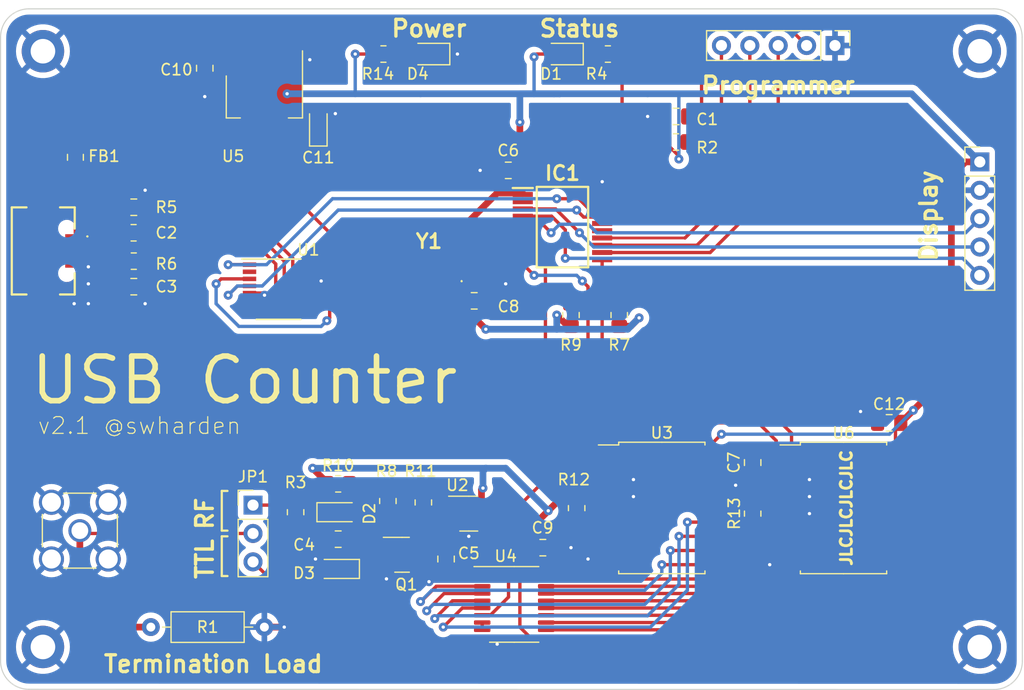
<source format=kicad_pcb>
(kicad_pcb (version 20211014) (generator pcbnew)
  (layers (0 "F.Cu" signal) (31 "B.Cu" signal) (34 "B.Paste" user) (35 "F.Paste" user) (36 "B.SilkS" user "B.Silkscreen") (37 "F.SilkS" user "F.Silkscreen") (38 "B.Mask" user) (39 "F.Mask" user) (44 "Edge.Cuts" user))
  (net 0 "")
  (net 1 "GND")
  (net 2 "Net-(D4-Pad2)")
  (net 3 "VCC")
  (net 4 "Net-(R13-Pad1)")
  (net 5 "Net-(R12-Pad1)")
  (net 6 "Net-(Q1-Pad3)")
  (net 7 "Net-(C5-Pad2)")
  (net 8 "SDA")
  (net 9 "Net-(C4-Pad1)")
  (net 10 "SCL")
  (net 11 "Net-(R6-Pad1)")
  (net 12 "Net-(C3-Pad2)")
  (net 13 "Net-(C2-Pad2)")
  (net 14 "Net-(R5-Pad2)")
  (net 15 "Net-(D1-Pad1)")
  (net 16 "STATUS")
  (net 17 "RST")
  (net 18 "Net-(JP1-Pad1)")
  (net 19 "Net-(C4-Pad2)")
  (net 20 "Net-(J2-Pad1)")
  (net 22 "COUNT")
  (net 23 "Net-(C10-Pad1)")
  (net 24 "Net-(U3-Pad10)")
  (net 25 "Net-(U3-Pad11)")
  (net 26 "Net-(U3-Pad12)")
  (net 27 "Net-(U3-Pad13)")
  (net 28 "GATE")
  (net 29 "OVF")
  (net 30 "Net-(U4-Pad12)")
  (net 31 "Net-(U4-Pad13)")
  (net 32 "Net-(U4-Pad14)")
  (net 33 "Net-(U4-Pad15)")
  (net 34 "Net-(U4-Pad16)")
  (net 35 "Net-(U4-Pad17)")
  (net 36 "Net-(U4-Pad18)")
  (net 37 "Net-(U4-Pad19)")
  (net 38 "PCTX")
  (net 40 "PCRX")
  (net 44 "5V")
  (net 62 "DISP_CS")
  (net 63 "DISP_CLK")
  (net 64 "DISP_DAT")
  (net 66 "Net-(IC1-Pad8)")
  (net 68 "SCK")
  (net 69 "MISO")
  (net 70 "MOSI")
  (footprint "Capacitor_SMD:C_0805_2012Metric_Pad1.18x1.45mm_HandSolder" (layer "F.Cu") (at 81.026 98.298 180)
    (fp_text reference "C4")
    (fp_text value ".1u")
  )
  (footprint "LED_SMD:LED_0805_2012Metric_Pad1.15x1.40mm_HandSolder" (layer "F.Cu") (at 101.092 54.864 180)
    (fp_text reference "D1")
    (fp_text value "STATUS")
  )
  (footprint "Resistor_SMD:R_0805_2012Metric_Pad1.20x1.40mm_HandSolder" (layer "F.Cu") (at 62.722 70.866)
    (fp_text reference "R5")
    (fp_text value "27")
  )
  (footprint "Connector_PinHeader_2.54mm:PinHeader_1x03_P2.54mm_Vertical" (layer "F.Cu") (at 73.406 95.25)
    (fp_text reference "JP1")
    (fp_text value "Jumper")
  )
  (footprint "Capacitor_SMD:C_0805_2012Metric_Pad1.18x1.45mm_HandSolder" (layer "F.Cu") (at 62.738 75.692 180)
    (fp_text reference "C3")
    (fp_text value "47p")
  )
  (footprint "Resistor_SMD:R_0805_2012Metric_Pad1.20x1.40mm_HandSolder" (layer "F.Cu") (at 77.216 95.885 -90)
    (fp_text reference "R3")
    (fp_text value "100k")
  )
  (footprint "Connector_PinHeader_2.54mm:PinHeader_1x05_P2.54mm_Vertical" (layer "F.Cu") (at 125.476 54.102 -90)
    (fp_text reference "J3" hide)
    (fp_text value "Conn_Prog")
  )
  (footprint "Connector_PinHeader_2.54mm:PinHeader_1x05_P2.54mm_Vertical" (layer "F.Cu") (at 138.43 64.521)
    (fp_text reference "J4" hide)
    (fp_text value "Conn_Disp")
  )
  (footprint "Capacitor_SMD:C_0805_2012Metric_Pad1.18x1.45mm_HandSolder" (layer "F.Cu") (at 62.738 68.58 180)
    (fp_text reference "C2")
    (fp_text value "47p")
  )
  (footprint "Connector_Coaxial:SMA_Amphenol_901-144_Vertical" (layer "F.Cu") (at 57.912 97.536)
    (fp_text reference "J2" hide)
    (fp_text value "SMA")
  )
  (footprint "Resistor_SMD:R_0805_2012Metric_Pad1.20x1.40mm_HandSolder" (layer "F.Cu") (at 85.471 94.885 90)
    (fp_text reference "R8")
    (fp_text value "100k")
  )
  (footprint "Resistor_SMD:R_0805_2012Metric_Pad1.20x1.40mm_HandSolder" (layer "F.Cu") (at 102.362 95.52 90)
    (fp_text reference "R12")
    (fp_text value "10k")
  )
  (footprint "Package_TO_SOT_SMD:SOT-23-5" (layer "F.Cu") (at 92.71 96.012)
    (fp_text reference "U2")
    (fp_text value "SN74LVC1Gxx")
  )
  (footprint "Resistor_SMD:R_0805_2012Metric_Pad1.20x1.40mm_HandSolder" (layer "F.Cu") (at 106.172 78.232 -90)
    (fp_text reference "R7")
    (fp_text value "10k")
  )
  (footprint "Package_TO_SOT_SMD:SOT-223-3_TabPin2" (layer "F.Cu") (at 74.422 58.674 -90)
    (fp_text reference "U5")
    (fp_text value "NCP1117 3.3V")
  )
  (footprint "Diode_SMD:D_SOD-323_HandSoldering" (layer "F.Cu") (at 81.026 95.885)
    (fp_text reference "D2")
    (fp_text value "D")
  )
  (footprint "Capacitor_SMD:C_0805_2012Metric_Pad1.18x1.45mm_HandSolder" (layer "F.Cu") (at 69.088 56.134 -90)
    (fp_text reference "C10")
    (fp_text value ".1u")
  )
  (footprint "Library Loader:SOP65P780X200-20N" (layer "F.Cu") (at 101.092 70.358)
    (fp_text reference "IC1")
    (fp_text value "ATTINY826-XUR" hide)
  )
  (footprint "Capacitor_SMD:C_0805_2012Metric_Pad1.18x1.45mm_HandSolder" (layer "F.Cu") (at 96.2445 65.278 180)
    (fp_text reference "C6")
    (fp_text value ".1u")
  )
  (footprint "Inductor_SMD:L_0805_2012Metric_Pad1.15x1.40mm_HandSolder" (layer "F.Cu") (at 57.516499 64.109136 90)
    (fp_text reference "FB1")
    (fp_text value "Ferrite")
  )
  (footprint "Resistor_SMD:R_0805_2012Metric_Pad1.20x1.40mm_HandSolder" (layer "F.Cu") (at 62.738 73.406 180)
    (fp_text reference "R6")
    (fp_text value "27")
  )
  (footprint "Capacitor_SMD:C_0805_2012Metric_Pad1.18x1.45mm_HandSolder" (layer "F.Cu") (at 111.252 60.452 180)
    (fp_text reference "C1")
    (fp_text value ".1u")
  )
  (footprint "Capacitor_SMD:C_0805_2012Metric_Pad1.18x1.45mm_HandSolder" (layer "F.Cu") (at 93.1965 76.962 180)
    (fp_text reference "C8")
    (fp_text value ".1u")
  )
  (footprint "Resistor_SMD:R_0805_2012Metric_Pad1.20x1.40mm_HandSolder" (layer "F.Cu") (at 101.854 78.232 -90)
    (fp_text reference "R9")
    (fp_text value "10k")
  )
  (footprint "Resistor_THT:R_Axial_DIN0207_L6.3mm_D2.5mm_P10.16mm_Horizontal" (layer "F.Cu") (at 64.262 106.172)
    (fp_text reference "R1")
    (fp_text value "50")
  )
  (footprint "Resistor_SMD:R_0805_2012Metric_Pad1.20x1.40mm_HandSolder" (layer "F.Cu") (at 105.156 54.864)
    (fp_text reference "R4")
    (fp_text value "10k")
  )
  (footprint "LED_SMD:LED_0805_2012Metric_Pad1.15x1.40mm_HandSolder" (layer "F.Cu") (at 89.154 54.864 180)
    (fp_text reference "D4")
    (fp_text value "POWER")
  )
  (footprint "Capacitor_SMD:C_0805_2012Metric_Pad1.18x1.45mm_HandSolder" (layer "F.Cu") (at 118.11 91.44 90)
    (fp_text reference "C7")
    (fp_text value ".1u")
  )
  (footprint "Capacitor_SMD:C_0805_2012Metric_Pad1.18x1.45mm_HandSolder" (layer "F.Cu") (at 99.3355 99.06 180)
    (fp_text reference "C9")
    (fp_text value ".1u")
  )
  (footprint "Capacitor_SMD:C_0805_2012Metric_Pad1.18x1.45mm_HandSolder" (layer "F.Cu") (at 90.678 100.076 90)
    (fp_text reference "C5")
    (fp_text value ".1u")
  )
  (footprint "Package_SO:SOIC-18W_7.5x11.6mm_P1.27mm" (layer "F.Cu") (at 126.238 95.504)
    (fp_text reference "U6")
    (fp_text value "MCP23008-xSO")
  )
  (footprint "Package_TO_SOT_SMD:SOT-23" (layer "F.Cu") (at 86.741 99.695)
    (fp_text reference "Q1")
    (fp_text value "MMBT2222A")
  )
  (footprint "MountingHole:MountingHole_2.2mm_M2_DIN965_Pad" (layer "F.Cu") (at 138.43 107.95)
    (fp_text reference "H4" hide)
    (fp_text value "Hole")
  )
  (footprint "MountingHole:MountingHole_2.2mm_M2_DIN965_Pad" (layer "F.Cu") (at 138.43 54.61)
    (fp_text reference "H2" hide)
    (fp_text value "Hole")
  )
  (footprint "Resistor_SMD:R_0805_2012Metric_Pad1.20x1.40mm_HandSolder" (layer "F.Cu") (at 85.074 54.864 180)
    (fp_text reference "R14")
    (fp_text value "10k")
  )
  (footprint "MountingHole:MountingHole_2.2mm_M2_DIN965_Pad" (layer "F.Cu") (at 54.61 54.61)
    (fp_text reference "H1" hide)
    (fp_text value "Hole")
  )
  (footprint "Package_SO:SOIC-18W_7.5x11.6mm_P1.27mm" (layer "F.Cu") (at 109.982 95.504)
    (fp_text reference "U3")
    (fp_text value "MCP23008-xSO")
  )
  (footprint "Resistor_SMD:R_0805_2012Metric_Pad1.20x1.40mm_HandSolder" (layer "F.Cu") (at 118.11 96.012 90)
    (fp_text reference "R13")
    (fp_text value "10k")
  )
  (footprint "MountingHole:MountingHole_2.2mm_M2_DIN965_Pad" (layer "F.Cu") (at 54.61 107.95)
    (fp_text reference "H3" hide)
    (fp_text value "Hole")
  )
  (footprint "Resistor_SMD:R_0805_2012Metric_Pad1.20x1.40mm_HandSolder" (layer "F.Cu") (at 81.026 93.345)
    (fp_text reference "R10")
    (fp_text value "10k")
  )
  (footprint "Resistor_SMD:R_0805_2012Metric_Pad1.20x1.40mm_HandSolder" (layer "F.Cu") (at 88.646 95.012 -90)
    (fp_text reference "R11")
    (fp_text value "10k")
  )
  (footprint "Capacitor_SMD:C_0805_2012Metric_Pad1.18x1.45mm_HandSolder" (layer "F.Cu") (at 130.3235 87.884)
    (fp_text reference "C12")
    (fp_text value ".1u")
  )
  (footprint "Library Loader:UJ2MIBHGSMTTR" (layer "F.Cu") (at 54.637999 72.491136 -90)
    (fp_text reference "J1" hide)
    (fp_text value "UJ2-MIBH-G-SMT-TR" hide)
  )
  (footprint "Resistor_SMD:R_0805_2012Metric_Pad1.20x1.40mm_HandSolder" (layer "F.Cu") (at 111.252 62.738 180)
    (fp_text reference "R2")
    (fp_text value "10k")
  )
  (footprint "Package_SO:SSOP-16_3.9x4.9mm_P0.635mm" (layer "F.Cu") (at 75.692 75.946)
    (fp_text reference "U1")
    (fp_text value "FT230XS")
  )
  (footprint "Capacitor_Tantalum_SMD:CP_EIA-2012-15_AVX-P_Pad1.30x1.05mm_HandSolder" (layer "F.Cu") (at 79.248 61.214 90)
    (fp_text reference "C11")
    (fp_text value ".1u")
  )
  (footprint "Library Loader:ECSTXO3225MV1474TR" (layer "F.Cu") (at 93.218 73.152)
    (fp_text reference "Y1")
    (fp_text value "14.7456 MHz TCXO" hide)
  )
  (footprint "Diode_SMD:D_SOD-323_HandSoldering" (layer "F.Cu") (at 81.026 100.965 180)
    (fp_text reference "D3")
    (fp_text value "D")
  )
  (footprint "Package_SO:TSSOP-20_4.4x6.5mm_P0.65mm" (layer "F.Cu") (at 96.774 104.14)
    (fp_text reference "U4")
    (fp_text value "74LV8154")
  )
  (gr_line (start 71.12 98.044) (end 70.612 98.044) (layer "F.SilkS") (width 0.2))
  (gr_line (start 70.612 97.536) (end 71.12 97.536) (layer "F.SilkS") (width 0.2))
  (gr_line (start 71.12 93.98) (end 70.612 93.98) (layer "F.SilkS") (width 0.2))
  (gr_line (start 70.612 93.98) (end 70.612 97.536) (layer "F.SilkS") (width 0.2))
  (gr_line (start 70.612 98.044) (end 70.612 101.6) (layer "F.SilkS") (width 0.2))
  (gr_line (start 70.612 101.6) (end 71.12 101.6) (layer "F.SilkS") (width 0.2))
  (gr_arc (start 142.24 109.22) (mid 141.496052 111.016052) (end 139.7 111.76) (layer "Edge.Cuts") (width 0.1))
  (gr_line (start 142.221949 53.358051) (end 142.24 109.22) (layer "Edge.Cuts") (width 0.1))
  (gr_line (start 53.358051 50.818051) (end 139.681949 50.818051) (layer "Edge.Cuts") (width 0.1))
  (gr_line (start 50.818051 109.201949) (end 50.818051 53.358051) (layer "Edge.Cuts") (width 0.1))
  (gr_line (start 139.7 111.76) (end 53.358051 111.741949) (layer "Edge.Cuts") (width 0.1))
  (gr_arc (start 139.681949 50.818051) (mid 141.478001 51.561999) (end 142.221949 53.358051) (layer "Edge.Cuts") (width 0.1))
  (gr_arc (start 50.818051 53.358051) (mid 51.562 51.562) (end 53.358051 50.818051) (layer "Edge.Cuts") (width 0.1))
  (gr_arc (start 53.358051 111.741949) (mid 51.562 110.998) (end 50.818051 109.201949) (layer "Edge.Cuts") (width 0.1))
  (gr_text "Display" (at 133.858 69.342 90) (layer "F.SilkS") (effects (font (size 1.5 1.5) (thickness 0.3))))
  (gr_text "USB Counter" (at 72.644 84.074) (layer "F.SilkS") (effects (font (size 4 4) (thickness 0.5))))
  (gr_text "Termination Load" (at 69.85 109.474) (layer "F.SilkS") (effects (font (size 1.5 1.5) (thickness 0.3))))
  (gr_text "Status" (at 102.616 52.578) (layer "F.SilkS") (effects (font (size 1.5 1.5) (thickness 0.3))))
  (gr_text "JLCJLCJLCJLC" (at 126.492 95.504 90) (layer "F.SilkS") (effects (font (size 1 1) (thickness 0.25))))
  (gr_text "TTL" (at 69.088 100.076 90) (layer "F.SilkS") (effects (font (size 1.5 1.5) (thickness 0.3))))
  (gr_text "RF" (at 69.088 96.012 90) (layer "F.SilkS") (effects (font (size 1.5 1.5) (thickness 0.3))))
  (gr_text "Programmer" (at 120.396 57.658) (layer "F.SilkS") (effects (font (size 1.5 1.5) (thickness 0.3))))
  (gr_text "v2.1 @swharden" (at 63.246 88.138) (layer "F.SilkS") (effects (font (size 1.5 1.5) (thickness 0.1))))
  (gr_text "Power" (at 89.154 52.578) (layer "F.SilkS") (effects (font (size 1.5 1.5) (thickness 0.3))))
  (segment (start 79.776 100.858) (end 79.776 100.965) (width 0.3) (layer "F.Cu") (net 1))
  (segment (start 74.422 106.172) (end 76.2 106.172) (width 0.6) (layer "F.Cu") (net 1))
  (segment (start 94.368 74.102) (end 94.676 74.102) (width 0.25) (layer "F.Cu") (net 1))
  (segment (start 95.207 65.278) (end 93.726 65.278) (width 0.6) (layer "F.Cu") (net 1))
  (segment (start 95.25 107.696) (end 94.619 107.065) (width 0.3) (layer "F.Cu") (net 1))
  (segment (start 89.154 102.108) (end 90.1485 101.1135) (width 0.3) (layer "F.Cu") (net 1))
  (segment (start 104.648 67.427) (end 104.642 67.433) (width 0.3) (layer "F.Cu") (net 1))
  (segment (start 63.7755 67.0775) (end 63.754 67.056) (width 0.3) (layer "F.Cu") (net 1))
  (segment (start 122.936 94.234) (end 123.19 94.488) (width 0.3) (layer "F.Cu") (net 1))
  (segment (start 128.778 87.884) (end 127.762 86.868) (width 0.3) (layer "F.Cu") (net 1))
  (segment (start 78.994 100.076) (end 79.776 100.858) (width 0.3) (layer "F.Cu") (net 1))
  (segment (start 79.502 75.184) (end 79.0575 75.6285) (width 0.3) (layer "F.Cu") (net 1))
  (segment (start 105.332 94.234) (end 107.188 94.234) (width 0.3) (layer "F.Cu") (net 1))
  (segment (start 63.7755 77.1945) (end 63.754 77.216) (width 0.3) (layer "F.Cu") (net 1))
  (segment (start 105.332 100.584) (end 103.886 100.584) (width 0.3) (layer "F.Cu") (net 1))
  (segment (start 74.4345 76.454) (end 74.244 76.2635) (width 0.3) (layer "F.Cu") (net 1))
  (segment (start 121.588 94.234) (end 122.936 94.234) (width 0.3) (layer "F.Cu") (net 1))
  (segment (start 117.5805 92.4775) (end 116.586 93.472) (width 0.3) (layer "F.Cu") (net 1))
  (segment (start 79.0575 75.6285) (end 78.292 75.6285) (width 0.3) (layer "F.Cu") (net 1))
  (segment (start 76.883 55.363) (end 76.722 55.524) (width 0.3) (layer "F.Cu") (net 1))
  (segment (start 103.886 100.584) (end 103.378 100.076) (width 0.3) (layer "F.Cu") (net 1))
  (segment (start 94.234 74.236) (end 94.368 74.102) (width 0.3) (layer "F.Cu") (net 1))
  (segment (start 80.731 60.239) (end 80.772 60.198) (width 0.3) (layer "F.Cu") (net 1))
  (segment (start 121.588 100.584) (end 119.634 100.584) (width 0.3) (layer "F.Cu") (net 1))
  (segment (start 94.676 74.102) (end 96.012 75.438) (width 0.25) (layer "F.Cu") (net 1))
  (segment (start 121.588 95.504) (end 122.682 95.504) (width 0.3) (layer "F.Cu") (net 1))
  (segment (start 94.234 76.962) (end 94.234 74.236) (width 0.3) (layer "F.Cu") (net 1))
  (segment (start 122.682 95.504) (end 123.19 96.012) (width 0.3) (layer "F.Cu") (net 1))
  (segment (start 76.874 55.372) (end 76.722 55.524) (width 0.6) (layer "F.Cu") (net 1))
  (segment (start 121.588 92.964) (end 123.19 92.964) (width 0.3) (layer "F.Cu") (net 1))
  (segment (start 94.619 107.065) (end 93.9115 107.065) (width 0.3) (layer "F.Cu") (net 1))
  (segment (start 90.1485 101.1135) (end 90.678 101.1135) (width 0.3) (layer "F.Cu") (net 1))
  (segment (start 110.2145 60.452) (end 108.712 60.452) (width 0.3) (layer "F.Cu") (net 1))
  (segment (start 74.244 76.2635) (end 73.092 76.2635) (width 0.3) (layer "F.Cu") (net 1))
  (segment (start 58.551136 73.791136) (end 57.277999 73.791136) (width 0.3) (layer "F.Cu") (net 1))
  (segment (start 85.8035 101.3945) (end 85.8035 100.645) (width 0.3) (layer "F.Cu") (net 1))
  (segment (start 85.344 101.854) (end 85.8035 101.3945) (width 0.3) (layer "F.Cu") (net 1))
  (segment (start 91.628 96.962) (end 92.71 98.044) (width 0.3) (layer "F.Cu") (net 1))
  (segment (start 101.854 99.06) (end 100.373 99.06) (width 0.3) (layer "F.Cu") (net 1))
  (segment (start 63.7755 75.692) (end 63.7755 77.1945) (width 0.3) (layer "F.Cu") (net 1))
  (segment (start 69.088 58.674) (end 69.088 57.1715) (width 0.3) (layer "F.Cu") (net 1))
  (segment (start 58.674 73.914) (end 58.551136 73.791136) (width 0.3) (layer "F.Cu") (net 1))
  (segment (start 104.648 66.294) (end 104.648 67.427) (width 0.3) (layer "F.Cu") (net 1))
  (segment (start 63.7755 68.58) (end 63.7755 67.0775) (width 0.3) (layer "F.Cu") (net 1))
  (segment (start 129.286 87.884) (end 128.778 87.884) (width 0.3) (layer "F.Cu") (net 1))
  (segment (start 91.5725 96.962) (end 91.628 96.962) (width 0.3) (layer "F.Cu") (net 1))
  (segment (start 79.248 60.239) (end 80.731 60.239) (width 0.3) (layer "F.Cu") (net 1))
  (segment (start 107.188 94.234) (end 107.442 94.488) (width 0.3) (layer "F.Cu") (net 1))
  (segment (start 90.179 54.864) (end 91.694 54.864) (width 0.3) (layer "F.Cu") (net 1))
  (segment (start 78.486 55.372) (end 76.874 55.372) (width 0.6) (layer "F.Cu") (net 1))
  (segment (start 105.332 92.964) (end 107.442 92.964) (width 0.3) (layer "F.Cu") (net 1))
  (via (at 58.674 73.914) (size 0.8) (drill 0.3) (layers "F.Cu" "B.Cu") (net 1))
  (via (at 63.754 67.056) (size 0.8) (drill 0.3) (layers "F.Cu" "B.Cu") (net 1))
  (via (at 74.4345 76.454) (size 0.8) (drill 0.3) (layers "F.Cu" "B.Cu") (net 1))
  (via (at 79.502 75.184) (size 0.8) (drill 0.3) (layers "F.Cu" "B.Cu") (net 1))
  (via (at 95.25 107.696) (size 0.8) (drill 0.3) (layers "F.Cu" "B.Cu") (net 1))
  (via (at 89.154 102.108) (size 0.8) (drill 0.3) (layers "F.Cu" "B.Cu") (net 1))
  (via (at 103.378 100.076) (size 0.8) (drill 0.3) (layers "F.Cu" "B.Cu") (net 1))
  (via (at 92.71 98.044) (size 0.8) (drill 0.3) (layers "F.Cu" "B.Cu") (net 1))
  (via (at 127.762 86.868) (size 0.8) (drill 0.3) (layers "F.Cu" "B.Cu") (net 1))
  (via (at 104.648 66.294) (size 0.8) (drill 0.3) (layers "F.Cu" "B.Cu") (net 1))
  (via (at 123.19 96.012) (size 0.8) (drill 0.3) (layers "F.Cu" "B.Cu") (net 1))
  (via (at 108.712 60.452) (size 0.8) (drill 0.3) (layers "F.Cu" "B.Cu") (net 1))
  (via (at 116.586 93.472) (size 0.8) (drill 0.3) (layers "F.Cu" "B.Cu") (net 1))
  (via (at 69.088 58.674) (size 0.8) (drill 0.3) (layers "F.Cu" "B.Cu") (net 1))
  (via (at 85.344 101.854) (size 0.8) (drill 0.3) (layers "F.Cu" "B.Cu") (net 1))
  (via (at 96.012 75.438) (size 0.8) (drill 0.3) (layers "F.Cu" "B.Cu") (net 1))
  (via (at 78.486 55.372) (size 0.8) (drill 0.3) (layers "F.Cu" "B.Cu") (net 1))
  (via (at 107.442 92.964) (size 0.8) (drill 0.3) (layers "F.Cu" "B.Cu") (net 1))
  (via (at 107.442 94.488) (size 0.8) (drill 0.3) (layers "F.Cu" "B.Cu") (net 1))
  (via (at 58.674 75.438) (size 0.8) (drill 0.3) (layers "F.Cu" "B.Cu") (net 1))
  (via (at 76.2 106.172) (size 0.8) (drill 0.3) (layers "F.Cu" "B.Cu") (net 1))
  (via (at 80.772 60.198) (size 0.8) (drill 0.3) (layers "F.Cu" "B.Cu") (net 1))
  (via (at 101.854 99.06) (size 0.8) (drill 0.3) (layers "F.Cu" "B.Cu") (net 1))
  (via (at 78.994 100.076) (size 0.8) (drill 0.3) (layers "F.Cu" "B.Cu") (net 1))
  (via (at 123.19 94.488) (size 0.8) (drill 0.3) (layers "F.Cu" "B.Cu") (net 1))
  (via (at 91.694 54.864) (size 0.8) (drill 0.3) (layers "F.Cu" "B.Cu") (net 1))
  (via (at 93.726 65.278) (size 0.8) (drill 0.3) (layers "F.Cu" "B.Cu") (net 1))
  (via (at 57.404 77.216) (size 0.8) (drill 0.3) (layers "F.Cu" "B.Cu") (net 1))
  (via (at 123.19 92.964) (size 0.8) (drill 0.3) (layers "F.Cu" "B.Cu") (net 1))
  (via (at 119.634 100.584) (size 0.8) (drill 0.3) (layers "F.Cu" "B.Cu") (net 1))
  (via (at 58.674 77.216) (size 0.8) (drill 0.3) (layers "F.Cu" "B.Cu") (net 1))
  (via (at 63.754 77.216) (size 0.8) (drill 0.3) (layers "F.Cu" "B.Cu") (net 1))
  (segment (start 88.129 54.864) (end 86.074 54.864) (width 0.3) (layer "F.Cu") (net 2))
  (segment (start 119.1045 90.4025) (end 118.11 90.4025) (width 0.3) (layer "F.Cu") (net 3))
  (segment (start 119.634 94.488) (end 119.634 90.932) (width 0.3) (layer "F.Cu") (net 3))
  (segment (start 70.5485 74.9935) (end 73.092 74.9935) (width 0.3) (layer "F.Cu") (net 3))
  (segment (start 74.828 62.23) (end 79.207 62.23) (width 0.6) (layer "F.Cu") (net 3))
  (segment (start 93.8475 93.8585) (end 93.98 93.726) (width 0.6) (layer "F.Cu") (net 3))
  (segment (start 98.806 54.864) (end 98.552 55.118) (width 0.3) (layer "F.Cu") (net 3))
  (segment (start 79.192 76.8985) (end 80.518 75.5725) (width 0.3) (layer "F.Cu") (net 3))
  (segment (start 105.332 95.504) (end 103.886 95.504) (width 0.3) (layer "F.Cu") (net 3))
  (segment (start 99.6365 101.215) (end 99.6365 100.3985) (width 0.3) (layer "F.Cu") (net 3))
  (segment (start 92.068 74.102) (end 92.068 76.871) (width 0.6) (layer "F.Cu") (net 3))
  (segment (start 92.068 76.871) (end 92.159 76.962) (width 0.6) (layer "F.Cu") (net 3))
  (segment (start 99.822 95.758) (end 101.06 94.52) (width 0.6) (layer "F.Cu") (net 3))
  (segment (start 100.067 54.864) (end 98.806 54.864) (width 0.3) (layer "F.Cu") (net 3))
  (segment (start 135.89 65.786) (end 135.89 83.355) (width 0.6) (layer "F.Cu") (net 3))
  (segment (start 101.584 79.232) (end 100.584 78.232) (width 0.6) (layer "F.Cu") (net 3))
  (segment (start 101.06 94.52) (end 102.362 94.52) (width 0.6) (layer "F.Cu") (net 3))
  (segment (start 135.89 83.355) (end 131.361 87.884) (width 0.6) (layer "F.Cu") (net 3))
  (segment (start 97.282 67.098) (end 97.542 67.358) (width 0.6) (layer "F.Cu") (net 3))
  (segment (start 130.888 88.357) (end 131.361 87.884) (width 0.3) (layer "F.Cu") (net 3))
  (segment (start 80.026 93.234) (end 78.74 91.948) (width 0.6) (layer "F.Cu") (net 3))
  (segment (start 114.632 90.424) (end 114.632 89.584) (width 0.3) (layer "F.Cu") (net 3))
  (segment (start 110.998 90.424) (end 114.632 90.424) (width 0.3) (layer "F.Cu") (net 3))
  (segment (start 99.6365 100.3985) (end 98.298 99.06) (width 0.3) (layer "F.Cu") (net 3))
  (segment (start 79.756 93.615) (end 79.756 95.865) (width 0.3) (layer "F.Cu") (net 3))
  (segment (start 79.207 62.23) (end 79.248 62.189) (width 0.6) (layer "F.Cu") (net 3))
  (segment (start 80.026 93.345) (end 79.756 93.615) (width 0.3) (layer "F.Cu") (net 3))
  (segment (start 137.155 64.521) (end 135.89 65.786) (width 0.6) (layer "F.Cu") (net 3))
  (segment (start 97.282 102.108) (end 98.175 101.215) (width 0.3) (layer "F.Cu") (net 3))
  (segment (start 107.95 78.486) (end 107.204 79.232) (width 0.6) (layer "F.Cu") (net 3))
  (segment (start 92.068 70.492) (end 92.068 72.202) (width 0.6) (layer "F.Cu") (net 3))
  (segment (start 97.282 67.31) (end 95.25 67.31) (width 0.6) (layer "F.Cu") (net 3))
  (segment (start 105.332 95.504) (end 108.458 95.504) (width 0.3) (layer "F.Cu") (net 3))
  (segment (start 92.159 76.962) (end 92.159 77.427) (width 0.6) (layer "F.Cu") (net 3))
  (segment (start 103.886 95.504) (end 102.902 94.52) (width 0.3) (layer "F.Cu") (net 3))
  (segment (start 99.6365 107.065) (end 98.175 107.065) (width 0.3) (layer "F.Cu") (net 3))
  (segment (start 111.506 63.992) (end 110.252 62.738) (width 0.3) (layer "F.Cu") (net 3))
  (segment (start 93.8475 95.062) (end 93.8475 93.8585) (width 0.6) (layer "F.Cu") (net 3))
  (segment (start 80.518 71.12) (end 74.422 65.024) (width 0.3) (layer "F.Cu") (net 3))
  (segment (start 132.4825 86.7625) (end 131.361 87.884) (width 0.3) (layer "F.Cu") (net 3))
  (segment (start 114.632 89.584) (end 115.316 88.9) (width 0.3) (layer "F.Cu") (net 3))
  (segment (start 74.422 65.024) (end 74.422 61.824) (width 0.3) (layer "F.Cu") (net 3))
  (segment (start 80.01 78.74) (end 80.264 78.486) (width 0.3) (layer "F.Cu") (net 3))
  (segment (start 101.854 79.232) (end 101.584 79.232) (width 0.6) (layer "F.Cu") (net 3))
  (segment (start 102.902 94.52) (end 102.362 94.52) (width 0.3) (layer "F.Cu") (net 3))
  (segment (start 119.634 90.932) (end 119.1045 90.4025) (width 0.3) (layer "F.Cu") (net 3))
  (segment (start 95.25 67.31) (end 92.068 70.492) (width 0.6) (layer "F.Cu") (net 3))
  (segment (start 80.026 93.345) (end 80.026 93.234) (width 0.6) (layer "F.Cu") (net 3))
  (segment (start 84.074 54.864) (end 82.55 54.864) (width 0.3) (layer "F.Cu") (net 3))
  (segment (start 138.43 64.521) (end 137.155 64.521) (width 0.6) (layer "F.Cu") (net 3))
  (segment (start 80.518 75.5725) (end 80.518 71.12) (width 0.3) (layer "F.Cu") (net 3))
  (segment (start 97.282 60.96) (end 97.282 67.098) (width 0.6) (layer "F.Cu") (net 3))
  (segment (start 98.298 97.282) (end 98.298 99.06) (width 0.6) (layer "F.Cu") (net 3))
  (segment (start 97.282 106.172) (end 97.282 102.108) (width 0.3) (layer "F.Cu") (net 3))
  (segment (start 78.292 76.8985) (end 79.192 76.8985) (width 0.3) (layer "F.Cu") (net 3))
  (segment (start 98.175 101.215) (end 99.6365 101.215) (width 0.3) (layer "F.Cu") (net 3))
  (segment (start 118.11 95.012) (end 119.11 95.012) (width 0.3) (layer "F.Cu") (net 3))
  (segment (start 108.458 95.504) (end 109.982 93.98) (width 0.3) (layer "F.Cu") (net 3))
  (segment (start 99.822 95.758) (end 98.298 97.282) (width 0.6) (layer "F.Cu") (net 3))
  (segment (start 92.159 77.427) (end 94.234 79.502) (width 0.6) (layer "F.Cu") (net 3))
  (segment (start 118.11 90.4025) (end 114.6535 90.4025) (width 0.3) (layer "F.Cu") (net 3))
  (segment (start 130.888 90.424) (end 130.888 88.357) (width 0.3) (layer "F.Cu") (net 3))
  (segment (start 74.422 61.824) (end 74.828 62.23) (width 0.6) (layer "F.Cu") (net 3))
  (segment (start 92.068 72.202) (end 92.068 74.102) (width 0.6) (layer "F.Cu") (net 3))
  (segment (start 98.175 107.065) (end 97.282 106.172) (width 0.3) (layer "F.Cu") (net 3))
  (segment (start 70.104 75.438) (end 70.5485 74.9935) (width 0.3) (layer "F.Cu") (net 3))
  (segment (start 111.506 64.262) (end 111.506 63.992) (width 0.3) (layer "F.Cu") (net 3))
  (segment (start 109.982 93.98) (end 109.982 91.44) (width 0.3) (layer "F.Cu") (net 3))
  (segment (start 80.264 76.962) (end 79.756 76.454) (width 0.3) (layer "F.Cu") (net 3))
  (segment (start 80.264 78.486) (end 80.264 76.962) (width 0.3) (layer "F.Cu") (net 3))
  (segment (start 109.982 91.44) (end 110.998 90.424) (width 0.3) (layer "F.Cu") (net 3))
  (segment (start 79.756 95.865) (end 79.776 95.885) (width 0.3) (layer "F.Cu") (net 3))
  (segment (start 119.11 95.012) (end 119.634 94.488) (width 0.3) (layer "F.Cu") (net 3))
  (segment (start 107.204 79.232) (end 106.172 79.232) (width 0.6) (layer "F.Cu") (net 3))
  (segment (start 114.6535 90.4025) (end 114.632 90.424) (width 0.3) (layer "F.Cu") (net 3))
  (via (at 80.01 78.74) (size 0.8) (drill 0.3) (layers "F.Cu" "B.Cu") (net 3))
  (via (at 115.316 88.9) (size 0.8) (drill 0.3) (layers "F.Cu" "B.Cu") (net 3))
  (via (at 111.506 64.262) (size 0.8) (drill 0.3) (layers "F.Cu" "B.Cu") (net 3))
  (via (at 94.234 79.502) (size 0.8) (drill 0.3) (layers "F.Cu" "B.Cu") (net 3))
  (via (at 82.55 54.864) (size 0.8) (drill 0.3) (layers "F.Cu" "B.Cu") (net 3))
  (via (at 100.584 78.232) (size 0.8) (drill 0.3) (layers "F.Cu" "B.Cu") (net 3))
  (via (at 76.454 58.42) (size 0.8) (drill 0.3) (layers "F.Cu" "B.Cu") (net 3))
  (via (at 107.95 78.486) (size 0.8) (drill 0.3) (layers "F.Cu" "B.Cu") (net 3))
  (via (at 98.552 55.118) (size 0.8) (drill 0.3) (layers "F.Cu" "B.Cu") (net 3))
  (via (at 132.4825 86.7625) (size 0.8) (drill 0.3) (layers "F.Cu" "B.Cu") (net 3))
  (via (at 97.282 60.96) (size 0.8) (drill 0.3) (layers "F.Cu" "B.Cu") (net 3))
  (via (at 70.104 75.438) (size 0.8) (drill 0.3) (layers "F.Cu" "B.Cu") (net 3))
  (via (at 93.98 93.726) (size 0.8) (drill 0.3) (layers "F.Cu" "B.Cu") (net 3))
  (via (at 99.822 95.758) (size 0.8) (drill 0.3) (layers "F.Cu" "B.Cu") (net 3))
  (via (at 78.74 91.948) (size 0.8) (drill 0.3) (layers "F.Cu" "B.Cu") (net 3))
  (segment (start 94.234 91.948) (end 96.012 91.948) (width 0.6) (layer "B.Cu") (net 3))
  (segment (start 93.98 92.202) (end 94.234 91.948) (width 0.6) (layer "B.Cu") (net 3))
  (segment (start 78.74 91.948) (end 94.234 91.948) (width 0.6) (layer "B.Cu") (net 3))
  (segment (start 100.33 58.42) (end 98.552 58.42) (width 0.6) (layer "B.Cu") (net 3))
  (segment (start 100.584 78.232) (end 100.584 79.502) (width 0.6) (layer "B.Cu") (net 3))
  (segment (start 70.104 77.216) (end 70.104 75.438) (width 0.3) (layer "B.Cu") (net 3))
  (segment (start 97.282 58.42) (end 100.838 58.42) (width 0.6) (layer "B.Cu") (net 3))
  (segment (start 132.329 58.42) (end 108.712 58.42) (width 0.6) (layer "B.Cu") (net 3))
  (segment (start 82.55 58.42) (end 76.454 58.42) (width 0.6) (layer "B.Cu") (net 3))
  (segment (start 111.506 64.262) (end 111.506 58.42) (width 0.3) (layer "B.Cu") (net 3))
  (segment (start 100.584 79.502) (end 106.934 79.502) (width 0.6) (layer "B.Cu") (net 3))
  (segment (start 97.282 60.96) (end 97.282 58.42) (width 0.6) (layer "B.Cu") (net 3))
  (segment (start 115.316 88.9) (end 130.345 88.9) (width 0.3) (layer "B.Cu") (net 3))
  (segment (start 100.838 58.42) (end 100.33 58.42) (width 0.6) (layer "B.Cu") (net 3))
  (segment (start 98.552 58.42) (end 88.392 58.42) (width 0.6) (layer "B.Cu") (net 3))
  (segment (start 106.934 79.502) (end 107.95 78.486) (width 0.6) (layer "B.Cu") (net 3))
  (segment (start 130.345 88.9) (end 132.4825 86.7625) (width 0.3) (layer "B.Cu") (net 3))
  (segment (start 88.392 58.42) (end 82.55 58.42) (width 0.6) (layer "B.Cu") (net 3))
  (segment (start 108.712 58.42) (end 100.838 58.42) (width 0.6) (layer "B.Cu") (net 3))
  (segment (start 72.136 79.248) (end 70.104 77.216) (width 0.3) (layer "B.Cu") (net 3))
  (segment (start 79.502 79.248) (end 72.136 79.248) (width 0.3) (layer "B.Cu") (net 3))
  (segment (start 138.43 64.521) (end 132.329 58.42) (width 0.6) (layer "B.Cu") (net 3))
  (segment (start 94.234 79.502) (end 100.584 79.502) (width 0.6) (layer "B.Cu") (net 3))
  (segment (start 96.012 91.948) (end 99.822 95.758) (width 0.6) (layer "B.Cu") (net 3))
  (segment (start 80.01 78.74) (end 79.502 79.248) (width 0.3) (layer "B.Cu") (net 3))
  (segment (start 111.506 58.42) (end 108.712 58.42) (width 0.3) (layer "B.Cu") (net 3))
  (segment (start 82.55 54.864) (end 82.55 58.42) (width 0.3) (layer "B.Cu") (net 3))
  (segment (start 93.98 93.726) (end 93.98 92.202) (width 0.6) (layer "B.Cu") (net 3))
  (segment (start 98.552 55.118) (end 98.552 58.42) (width 0.3) (layer "B.Cu") (net 3))
  (segment (start 121.588 96.774) (end 118.348 96.774) (width 0.3) (layer "F.Cu") (net 4))
  (segment (start 118.348 96.774) (end 118.11 97.012) (width 0.3) (layer "F.Cu") (net 4))
  (segment (start 105.332 96.774) (end 102.616 96.774) (width 0.3) (layer "F.Cu") (net 5))
  (segment (start 102.616 96.774) (end 102.362 96.52) (width 0.3) (layer "F.Cu") (net 5))
  (segment (start 87.027 96.933) (end 87.6785 97.5845) (width 0.3) (layer "F.Cu") (net 6))
  (segment (start 87.6785 97.5845) (end 87.6785 99.695) (width 0.3) (layer "F.Cu") (net 6))
  (segment (start 82.566 93.885) (end 82.026 93.345) (width 0.3) (layer "F.Cu") (net 6))
  (segment (start 85.471 93.885) (end 87.027 93.885) (width 0.3) (layer "F.Cu") (net 6))
  (segment (start 87.027 93.885) (end 88.519 93.885) (width 0.3) (layer "F.Cu") (net 6))
  (segment (start 87.027 93.885) (end 87.027 96.933) (width 0.3) (layer "F.Cu") (net 6))
  (segment (start 85.471 93.885) (end 82.566 93.885) (width 0.3) (layer "F.Cu") (net 6))
  (segment (start 88.519 93.885) (end 88.646 94.012) (width 0.3) (layer "F.Cu") (net 6))
  (segment (start 90.678 99.0385) (end 88.646 97.0065) (width 0.3) (layer "F.Cu") (net 7))
  (segment (start 88.646 97.0065) (end 88.646 96.012) (width 0.3) (layer "F.Cu") (net 7))
  (segment (start 90.678 99.0385) (end 87.1005 102.616) (width 0.3) (layer "F.Cu") (net 7))
  (segment (start 88.646 96.012) (end 91.5725 96.012) (width 0.3) (layer "F.Cu") (net 7))
  (segment (start 75.692 102.616) (end 73.406 100.33) (width 0.3) (layer "F.Cu") (net 7))
  (segment (start 87.1005 102.616) (end 75.692 102.616) (width 0.3) (layer "F.Cu") (net 7))
  (segment (start 120.213 90.781107) (end 121.125893 91.694) (width 0.3) (layer "F.Cu") (net 8))
  (segment (start 103.378 75.692) (end 103.378 77.216) (width 0.3) (layer "F.Cu") (net 8))
  (segment (start 103.362 77.232) (end 103.378 77.216) (width 0.3) (layer "F.Cu") (net 8))
  (segment (start 97.542 73.666) (end 97.542 73.283) (width 0.3) (layer "F.Cu") (net 8))
  (segment (start 118.618 87.884) (end 120.213 89.479) (width 0.3) (layer "F.Cu") (net 8))
  (segment (start 102.87 75.184) (end 103.378 75.692) (width 0.3) (layer "F.Cu") (net 8))
  (segment (start 121.125893 91.694) (end 121.588 91.694) (width 0.3) (layer "F.Cu") (net 8))
  (segment (start 109.982 87.884) (end 118.618 87.884) (width 0.3) (layer "F.Cu") (net 8))
  (segment (start 120.213 89.479) (end 120.213 90.781107) (width 0.3) (layer "F.Cu") (net 8))
  (segment (start 103.378 90.678) (end 104.394 91.694) (width 0.3) (layer "F.Cu") (net 8))
  (segment (start 98.552 74.676) (end 97.542 73.666) (width 0.3) (layer "F.Cu") (net 8))
  (segment (start 106.172 91.694) (end 109.982 87.884) (width 0.3) (layer "F.Cu") (net 8))
  (segment (start 105.332 91.694) (end 106.172 91.694) (width 0.3) (layer "F.Cu") (net 8))
  (segment (start 101.854 77.232) (end 103.362 77.232) (width 0.3) (layer "F.Cu") (net 8))
  (segment (start 103.378 77.216) (end 103.378 90.678) (width 0.3) (layer "F.Cu") (net 8))
  (via (at 102.87 75.184) (size 0.8) (drill 0.3) (layers "F.Cu" "B.Cu") (net 8))
  (via (at 98.552 74.676) (size 0.8) (drill 0.3) (layers "F.Cu" "B.Cu") (net 8))
  (segment (start 98.552 74.676) (end 102.362 74.676) (width 0.3) (layer "B.Cu") (net 8))
  (segment (start 102.362 74.676) (end 102.87 75.184) (width 0.3) (layer "B.Cu") (net 8))
  (segment (start 82.466 98.425) (end 82.466 96.075) (width 0.3) (layer "F.Cu") (net 9))
  (segment (start 85.8035 96.2175) (end 85.471 95.885) (width 0.3) (layer "F.Cu") (net 9))
  (segment (start 82.466 96.075) (end 82.276 95.885) (width 0.3) (layer "F.Cu") (net 9))
  (segment (start 85.8035 98.745) (end 85.8035 96.2175) (width 0.3) (layer "F.Cu") (net 9))
  (segment (start 82.466 100.775) (end 82.276 100.965) (width 0.3) (layer "F.Cu") (net 9))
  (segment (start 82.466 98.425) (end 82.786 98.745) (width 0.3) (layer "F.Cu") (net 9))
  (segment (start 82.466 98.425) (end 82.466 100.775) (width 0.3) (layer "F.Cu") (net 9))
  (segment (start 82.786 98.745) (end 85.8035 98.745) (width 0.3) (layer "F.Cu") (net 9))
  (segment (start 106.172 77.232) (end 104.652 77.232) (width 0.3) (layer "F.Cu") (net 10))
  (segment (start 104.652 77.232) (end 104.642 77.222) (width 0.3) (layer "F.Cu") (net 10))
  (segment (start 104.642 89.734) (end 104.642 77.222) (width 0.3) (layer "F.Cu") (net 10))
  (segment (start 119.634 86.868) (end 121.588 88.822) (width 0.3) (layer "F.Cu") (net 10))
  (segment (start 108.966 86.868) (end 119.634 86.868) (width 0.3) (layer "F.Cu") (net 10))
  (segment (start 104.642 77.222) (end 104.642 73.283) (width 0.3) (layer "F.Cu") (net 10))
  (segment (start 121.588 88.822) (end 121.588 90.424) (width 0.3) (layer "F.Cu") (net 10))
  (segment (start 105.332 90.424) (end 104.642 89.734) (width 0.3) (layer "F.Cu") (net 10))
  (segment (start 105.41 90.424) (end 108.966 86.868) (width 0.3) (layer "F.Cu") (net 10))
  (segment (start 105.332 90.424) (end 105.41 90.424) (width 0.3) (layer "F.Cu") (net 10))
  (segment (start 75.438 73.66) (end 74.168 72.39) (width 0.3) (layer "F.Cu") (net 11))
  (segment (start 73.092 78.1685) (end 74.7395 78.1685) (width 0.3) (layer "F.Cu") (net 11))
  (segment (start 74.7395 78.1685) (end 75.438 77.47) (width 0.3) (layer "F.Cu") (net 11))
  (segment (start 64.754 72.39) (end 63.738 73.406) (width 0.3) (layer "F.Cu") (net 11))
  (segment (start 74.168 72.39) (end 64.754 72.39) (width 0.3) (layer "F.Cu") (net 11))
  (segment (start 75.438 77.47) (end 75.438 73.66) (width 0.3) (layer "F.Cu") (net 11))
  (segment (start 61.738 73.406) (end 61.738 75.6545) (width 0.3) (layer "F.Cu") (net 12))
  (segment (start 61.738 75.6545) (end 61.7005 75.692) (width 0.3) (layer "F.Cu") (net 12))
  (segment (start 61.738 73.406) (end 60.823136 72.491136) (width 0.3) (layer "F.Cu") (net 12))
  (segment (start 60.823136 72.491136) (end 57.277999 72.491136) (width 0.3) (layer "F.Cu") (net 12))
  (segment (start 61.722 70.866) (end 61.722 68.6015) (width 0.3) (layer "F.Cu") (net 13))
  (segment (start 60.746864 71.841136) (end 57.277999 71.841136) (width 0.3) (layer "F.Cu") (net 13))
  (segment (start 61.722 70.866) (end 60.746864 71.841136) (width 0.3) (layer "F.Cu") (net 13))
  (segment (start 61.722 68.6015) (end 61.7005 68.58) (width 0.3) (layer "F.Cu") (net 13))
  (segment (start 78.292 78.1685) (end 77.4065 78.1685) (width 0.3) (layer "F.Cu") (net 14))
  (segment (start 64.484 71.628) (end 63.722 70.866) (width 0.3) (layer "F.Cu") (net 14))
  (segment (start 76.2 73.406) (end 74.422 71.628) (width 0.3) (layer "F.Cu") (net 14))
  (segment (start 77.4065 78.1685) (end 76.2 76.962) (width 0.3) (layer "F.Cu") (net 14))
  (segment (start 74.422 71.628) (end 64.484 71.628) (width 0.3) (layer "F.Cu") (net 14))
  (segment (start 76.2 76.962) (end 76.2 73.406) (width 0.3) (layer "F.Cu") (net 14))
  (segment (start 102.117 54.864) (end 104.156 54.864) (width 0.3) (layer "F.Cu") (net 15))
  (segment (start 104.642 68.083) (end 106.161 68.083) (width 0.3) (layer "F.Cu") (net 16))
  (segment (start 106.426 67.818) (end 106.426 55.134) (width 0.3) (layer "F.Cu") (net 16))
  (segment (start 106.426 55.134) (end 106.156 54.864) (width 0.3) (layer "F.Cu") (net 16))
  (segment (start 106.161 68.083) (end 106.426 67.818) (width 0.3) (layer "F.Cu") (net 16))
  (segment (start 113.538 62.738) (end 113.538 66.04) (width 0.3) (layer "F.Cu") (net 17))
  (segment (start 114.808 52.324) (end 113.538 53.594) (width 0.3) (layer "F.Cu") (net 17))
  (segment (start 122.936 54.102) (end 121.158 52.324) (width 0.3) (layer "F.Cu") (net 17))
  (segment (start 109.545 70.033) (end 104.642 70.033) (width 0.3) (layer "F.Cu") (net 17))
  (segment (start 113.538 60.452) (end 113.538 62.738) (width 0.3) (layer "F.Cu") (net 17))
  (segment (start 113.538 62.738) (end 112.252 62.738) (width 0.3) (layer "F.Cu") (net 17))
  (segment (start 113.538 53.594) (end 113.538 60.452) (width 0.3) (layer "F.Cu") (net 17))
  (segment (start 121.158 52.324) (end 114.808 52.324) (width 0.3) (layer "F.Cu") (net 17))
  (segment (start 113.538 60.452) (end 112.2895 60.452) (width 0.3) (layer "F.Cu") (net 17))
  (segment (start 113.538 66.04) (end 109.545 70.033) (width 0.3) (layer "F.Cu") (net 17))
  (segment (start 76.851 95.25) (end 77.216 94.885) (width 0.3) (layer "F.Cu") (net 18))
  (segment (start 73.406 95.25) (end 76.851 95.25) (width 0.3) (layer "F.Cu") (net 18))
  (segment (start 77.216 96.885) (end 77.216 97.155) (width 0.3) (layer "F.Cu") (net 19))
  (segment (start 77.216 97.155) (end 78.486 98.425) (width 0.3) (layer "F.Cu") (net 19))
  (segment (start 78.486 98.425) (end 80.391 98.425) (width 0.3) (layer "F.Cu") (net 19))
  (segment (start 61.722 106.172) (end 64.262 106.172) (width 0.6) (layer "F.Cu") (net 20))
  (segment (start 57.912 102.362) (end 61.722 106.172) (width 0.6) (layer "F.Cu") (net 20))
  (segment (start 57.912 97.536) (end 58.166 97.79) (width 0.3) (layer "F.Cu") (net 20))
  (segment (start 57.912 97.536) (end 57.912 102.362) (width 0.6) (layer "F.Cu") (net 20))
  (segment (start 58.166 97.79) (end 73.406 97.79) (width 0.3) (layer "F.Cu") (net 20))
  (segment (start 93.9115 97.026) (end 93.9115 101.865) (width 0.3) (layer "F.Cu") (net 22))
  (segment (start 93.8475 96.962) (end 93.9115 97.026) (width 0.3) (layer "F.Cu") (net 22))
  (segment (start 93.9115 101.865) (end 93.9115 101.215) (width 0.3) (layer "F.Cu") (net 22))
  (segment (start 69.088 55.0965) (end 71.6945 55.0965) (width 0.6) (layer "F.Cu") (net 23))
  (segment (start 62.7595 55.0965) (end 69.088 55.0965) (width 0.6) (layer "F.Cu") (net 23))
  (segment (start 57.516499 63.084136) (end 57.516499 60.339501) (width 0.6) (layer "F.Cu") (net 23))
  (segment (start 71.6945 55.0965) (end 72.122 55.524) (width 0.6) (layer "F.Cu") (net 23))
  (segment (start 57.516499 60.339501) (end 62.7595 55.0965) (width 0.6) (layer "F.Cu") (net 23))
  (segment (start 109.982 100.584) (end 114.632 100.584) (width 0.3) (layer "F.Cu") (net 24))
  (segment (start 88.436661 103.886) (end 89.807661 102.515) (width 0.3) (layer "F.Cu") (net 24))
  (segment (start 89.807661 102.515) (end 93.9115 102.515) (width 0.3) (layer "F.Cu") (net 24))
  (segment (start 88.392 103.886) (end 88.436661 103.886) (width 0.3) (layer "F.Cu") (net 24))
  (via (at 109.982 100.584) (size 0.8) (drill 0.3) (layers "F.Cu" "B.Cu") (net 24))
  (via (at 88.392 103.886) (size 0.8) (drill 0.3) (layers "F.Cu" "B.Cu") (net 24))
  (segment (start 109.982 101.346) (end 108.458 102.87) (width 0.3) (layer "B.Cu") (net 24))
  (segment (start 89.408 102.87) (end 88.392 103.886) (width 0.3) (layer "B.Cu") (net 24))
  (segment (start 108.458 102.87) (end 89.408 102.87) (width 0.3) (layer "B.Cu") (net 24))
  (segment (start 109.982 100.584) (end 109.982 101.346) (width 0.3) (layer "B.Cu") (net 24))
  (segment (start 90.49906 103.165) (end 93.9115 103.165) (width 0.3) (layer "F.Cu") (net 25))
  (segment (start 110.744 99.314) (end 114.632 99.314) (width 0.3) (layer "F.Cu") (net 25))
  (segment (start 88.946424 104.717636) (end 90.49906 103.165) (width 0.3) (layer "F.Cu") (net 25))
  (via (at 110.744 99.314) (size 0.8) (drill 0.3) (layers "F.Cu" "B.Cu") (net 25))
  (via (at 88.946424 104.717636) (size 0.8) (drill 0.3) (layers "F.Cu" "B.Cu") (net 25))
  (segment (start 110.744 101.854) (end 110.744 99.314) (width 0.3) (layer "B.Cu") (net 25))
  (segment (start 89.52406 104.14) (end 108.458 104.14) (width 0.3) (layer "B.Cu") (net 25))
  (segment (start 108.458 104.14) (end 110.744 101.854) (width 0.3) (layer "B.Cu") (net 25))
  (segment (start 88.946424 104.717636) (end 89.52406 104.14) (width 0.3) (layer "B.Cu") (net 25))
  (segment (start 91.257 103.815) (end 93.9115 103.815) (width 0.3) (layer "F.Cu") (net 26))
  (segment (start 89.664733 105.412644) (end 89.664733 105.407267) (width 0.3) (layer "F.Cu") (net 26))
  (segment (start 111.5185 98.044) (end 113.538 98.044) (width 0.3) (layer "F.Cu") (net 26))
  (segment (start 89.664733 105.407267) (end 91.257 103.815) (width 0.3) (layer "F.Cu") (net 26))
  (via (at 111.5185 98.044) (size 0.8) (drill 0.3) (layers "F.Cu" "B.Cu") (net 26))
  (via (at 89.664733 105.412644) (size 0.8) (drill 0.3) (layers "F.Cu" "B.Cu") (net 26))
  (segment (start 89.664733 105.412644) (end 89.921377 105.156) (width 0.3) (layer "B.Cu") (net 26))
  (segment (start 108.712 105.156) (end 111.5185 102.3495) (width 0.3) (layer "B.Cu") (net 26))
  (segment (start 89.921377 105.156) (end 108.712 105.156) (width 0.3) (layer "B.Cu") (net 26))
  (segment (start 111.5185 102.3495) (end 111.5185 98.044) (width 0.3) (layer "B.Cu") (net 26))
  (segment (start 90.424 106.172) (end 92.131 104.465) (width 0.3) (layer "F.Cu") (net 27))
  (segment (start 92.131 104.465) (end 93.9115 104.465) (width 0.3) (layer "F.Cu") (net 27))
  (segment (start 114.632 96.774) (end 112.268 96.774) (width 0.3) (layer "F.Cu") (net 27))
  (via (at 112.268 96.774) (size 0.8) (drill 0.3) (layers "F.Cu" "B.Cu") (net 27))
  (via (at 90.424 106.172) (size 0.8) (drill 0.3) (layers "F.Cu" "B.Cu") (net 27))
  (segment (start 108.966 106.172) (end 112.268 102.87) (width 0.3) (layer "B.Cu") (net 27))
  (segment (start 90.424 106.172) (end 108.966 106.172) (width 0.3) (layer "B.Cu") (net 27))
  (segment (start 112.268 102.87) (end 112.268 96.774) (width 0.3) (layer "B.Cu") (net 27))
  (segment (start 94.635396 105.115) (end 96.266 103.484396) (width 0.3) (layer "F.Cu") (net 28))
  (segment (start 96.266 103.484396) (end 96.266 96.266) (width 0.3) (layer "F.Cu") (net 28))
  (segment (start 99.568 92.964) (end 99.568 71.882) (width 0.3) (layer "F.Cu") (net 28))
  (segment (start 99.019 71.333) (end 97.542 71.333) (width 0.3) (layer "F.Cu") (net 28))
  (segment (start 99.568 71.882) (end 99.019 71.333) (width 0.3) (layer "F.Cu") (net 28))
  (segment (start 96.266 96.266) (end 99.568 92.964) (width 0.3) (layer "F.Cu") (net 28))
  (segment (start 93.9115 105.115) (end 94.635396 105.115) (width 0.3) (layer "F.Cu") (net 28))
  (segment (start 93.9115 105.765) (end 93.9115 106.415) (width 0.3) (layer "F.Cu") (net 29))
  (segment (start 99.6365 106.415) (end 131.031743 106.415) (width 0.3) (layer "F.Cu") (net 30))
  (segment (start 131.031743 106.415) (end 135.382 102.064743) (width 0.3) (layer "F.Cu") (net 30))
  (segment (start 135.382 94.742) (end 132.334 91.694) (width 0.3) (layer "F.Cu") (net 30))
  (segment (start 135.382 102.064743) (end 135.382 94.742) (width 0.3) (layer "F.Cu") (net 30))
  (segment (start 132.334 91.694) (end 130.888 91.694) (width 0.3) (layer "F.Cu") (net 30))
  (segment (start 134.858 95.742) (end 132.08 92.964) (width 0.3) (layer "F.Cu") (net 31))
  (segment (start 132.08 92.964) (end 130.888 92.964) (width 0.3) (layer "F.Cu") (net 31))
  (segment (start 130.974637 105.765) (end 134.858 101.881637) (width 0.3) (layer "F.Cu") (net 31))
  (segment (start 99.6365 105.765) (end 130.974637 105.765) (width 0.3) (layer "F.Cu") (net 31))
  (segment (start 134.858 101.881637) (end 134.858 95.742) (width 0.3) (layer "F.Cu") (net 31))
  (segment (start 134.358 101.674531) (end 134.358 96.258) (width 0.3) (layer "F.Cu") (net 32))
  (segment (start 132.334 94.234) (end 130.888 94.234) (width 0.3) (layer "F.Cu") (net 32))
  (segment (start 99.6365 105.115) (end 130.917531 105.115) (width 0.3) (layer "F.Cu") (net 32))
  (segment (start 130.917531 105.115) (end 134.358 101.674531) (width 0.3) (layer "F.Cu") (net 32))
  (segment (start 134.358 96.258) (end 132.334 94.234) (width 0.3) (layer "F.Cu") (net 32))
  (segment (start 99.6365 104.465) (end 130.860425 104.465) (width 0.3) (layer "F.Cu") (net 33))
  (segment (start 133.858 97.282) (end 132.08 95.504) (width 0.3) (layer "F.Cu") (net 33))
  (segment (start 133.858 101.467425) (end 133.858 97.282) (width 0.3) (layer "F.Cu") (net 33))
  (segment (start 130.860425 104.465) (end 133.858 101.467425) (width 0.3) (layer "F.Cu") (net 33))
  (segment (start 132.08 95.504) (end 130.888 95.504) (width 0.3) (layer "F.Cu") (net 33))
  (segment (start 99.6365 103.815) (end 130.803319 103.815) (width 0.3) (layer "F.Cu") (net 34))
  (segment (start 133.263 101.355319) (end 133.263 97.703) (width 0.3) (layer "F.Cu") (net 34))
  (segment (start 130.803319 103.815) (end 133.263 101.355319) (width 0.3) (layer "F.Cu") (net 34))
  (segment (start 132.334 96.774) (end 130.888 96.774) (width 0.3) (layer "F.Cu") (net 34))
  (segment (start 133.263 97.703) (end 132.334 96.774) (width 0.3) (layer "F.Cu") (net 34))
  (segment (start 132.763 101.148213) (end 132.763 98.727) (width 0.3) (layer "F.Cu") (net 35))
  (segment (start 132.763 98.727) (end 132.08 98.044) (width 0.3) (layer "F.Cu") (net 35))
  (segment (start 132.08 98.044) (end 130.888 98.044) (width 0.3) (layer "F.Cu") (net 35))
  (segment (start 99.6365 103.165) (end 130.746213 103.165) (width 0.3) (layer "F.Cu") (net 35))
  (segment (start 130.746213 103.165) (end 132.763 101.148213) (width 0.3) (layer "F.Cu") (net 35))
  (segment (start 132.263 100.941107) (end 132.263 99.497) (width 0.3) (layer "F.Cu") (net 36))
  (segment (start 130.689107 102.515) (end 132.263 100.941107) (width 0.3) (layer "F.Cu") (net 36))
  (segment (start 99.6365 102.515) (end 130.689107 102.515) (width 0.3) (layer "F.Cu") (net 36))
  (segment (start 132.263 99.497) (end 132.08 99.314) (width 0.3) (layer "F.Cu") (net 36))
  (segment (start 132.08 99.314) (end 130.888 99.314) (width 0.3) (layer "F.Cu") (net 36))
  (segment (start 99.6365 101.865) (end 130.545 101.865) (width 0.3) (layer "F.Cu") (net 37))
  (segment (start 130.545 101.865) (end 130.888 101.522) (width 0.3) (layer "F.Cu") (net 37))
  (segment (start 130.888 101.522) (end 130.888 100.584) (width 0.3) (layer "F.Cu") (net 37))
  (segment (start 71.1835 73.7235) (end 73.092 73.7235) (width 0.3) (layer "F.Cu") (net 38))
  (segment (start 100.584 67.818) (end 102.552 67.818) (width 0.3) (layer "F.Cu") (net 38))
  (segment (start 102.552 67.818) (end 103.467 68.733) (width 0.3) (layer "F.Cu") (net 38))
  (segment (start 103.467 68.733) (end 104.642 68.733) (width 0.3) (layer "F.Cu") (net 38))
  (via (at 71.1835 73.7235) (size 0.8) (drill 0.3) (layers "F.Cu" "B.Cu") (net 38))
  (via (at 100.584 67.818) (size 0.8) (drill 0.3) (layers "F.Cu" "B.Cu") (net 38))
  (segment (start 74.6125 73.7235) (end 71.1835 73.7235) (width 0.3) (layer "B.Cu") (net 38))
  (segment (start 80.518 67.818) (end 74.6125 73.7235) (width 0.3) (layer "B.Cu") (net 38))
  (segment (start 100.584 67.818) (end 80.518 67.818) (width 0.3) (layer "B.Cu") (net 38))
  (segment (start 102.986 69.458) (end 104.902 69.458) (width 0.3) (layer "F.Cu") (net 40))
  (segment (start 102.362 68.834) (end 102.986 69.458) (width 0.3) (layer "F.Cu") (net 40))
  (segment (start 72.009 75.6285) (end 73.092 75.6285) (width 0.3) (layer "F.Cu") (net 40))
  (segment (start 71.1835 76.454) (end 72.009 75.6285) (width 0.3) (layer "F.Cu") (net 40))
  (via (at 102.362 68.834) (size 0.8) (drill 0.3) (layers "F.Cu" "B.Cu") (net 40))
  (via (at 71.1835 76.454) (size 0.8) (drill 0.3) (layers "F.Cu" "B.Cu") (net 40))
  (segment (start 74.2315 75.6285) (end 72.009 75.6285) (width 0.3) (layer "B.Cu") (net 40))
  (segment (start 81.026 68.834) (end 74.2315 75.6285) (width 0.3) (layer "B.Cu") (net 40))
  (segment (start 72.009 75.6285) (end 71.1835 76.454) (width 0.3) (layer "B.Cu") (net 40))
  (segment (start 102.362 68.834) (end 81.026 68.834) (width 0.3) (layer "B.Cu") (net 40))
  (segment (start 57.516499 65.134136) (end 57.658 65.275637) (width 0.6) (layer "F.Cu") (net 44))
  (segment (start 78.292 76.2635) (end 77.392 76.2635) (width 0.3) (layer "F.Cu") (net 44))
  (segment (start 57.658 65.275637) (end 57.658 70.866) (width 0.6) (layer "F.Cu") (net 44))
  (segment (start 76.962 75.8335) (end 76.962 73.152) (width 0.3) (layer "F.Cu") (net 44))
  (segment (start 74.422 70.612) (end 69.596 70.612) (width 0.3) (layer "F.Cu") (net 44))
  (segment (start 64.118136 65.134136) (end 57.516499 65.134136) (width 0.3) (layer "F.Cu") (net 44))
  (segment (start 77.392 76.2635) (end 76.962 75.8335) (width 0.3) (layer "F.Cu") (net 44))
  (segment (start 76.962 73.152) (end 74.422 70.612) (width 0.3) (layer "F.Cu") (net 44))
  (segment (start 69.596 70.612) (end 64.118136 65.134136) (width 0.3) (layer "F.Cu") (net 44))
  (segment (start 100.483 68.733) (end 97.542 68.733) (width 0.3) (layer "F.Cu") (net 62))
  (segment (start 102.616 70.866) (end 100.483 68.733) (width 0.3) (layer "F.Cu") (net 62))
  (via (at 102.616 70.866) (size 0.8) (drill 0.3) (layers "F.Cu" "B.Cu") (net 62))
  (segment (start 103.891 72.141) (end 138.43 72.141) (width 0.3) (layer "B.Cu") (net 62))
  (segment (start 102.616 70.866) (end 103.891 72.141) (width 0.3) (layer "B.Cu") (net 62))
  (segment (start 100.117 69.383) (end 97.542 69.383) (width 0.3) (layer "F.Cu") (net 63))
  (segment (start 101.346 70.612) (end 100.117 69.383) (width 0.3) (layer "F.Cu") (net 63))
  (segment (start 101.346 73.152) (end 101.346 70.612) (width 0.3) (layer "F.Cu") (net 63))
  (via (at 101.346 73.152) (size 0.8) (drill 0.3) (layers "F.Cu" "B.Cu") (net 63))
  (segment (start 136.901 73.152) (end 138.43 74.681) (width 0.3) (layer "B.Cu") (net 63))
  (segment (start 101.346 73.152) (end 136.901 73.152) (width 0.3) (layer "B.Cu") (net 63))
  (segment (start 99.318 70.108) (end 97.536 70.108) (width 0.3) (layer "F.Cu") (net 64))
  (segment (start 100.076 70.866) (end 99.318 70.108) (width 0.3) (layer "F.Cu") (net 64))
  (via (at 100.076 70.866) (size 0.8) (drill 0.3) (layers "F.Cu" "B.Cu") (net 64))
  (segment (start 100.838 70.104) (end 103.400331 70.104) (width 0.3) (layer "B.Cu") (net 64))
  (segment (start 104.162331 70.866) (end 137.165 70.866) (width 0.3) (layer "B.Cu") (net 64))
  (segment (start 137.165 70.866) (end 138.43 69.601) (width 0.3) (layer "B.Cu") (net 64))
  (segment (start 103.400331 70.104) (end 104.162331 70.866) (width 0.3) (layer "B.Cu") (net 64))
  (segment (start 100.076 70.866) (end 100.838 70.104) (width 0.3) (layer "B.Cu") (net 64))
  (segment (start 94.368 72.202) (end 94.587 71.983) (width 0.3) (layer "F.Cu") (net 66))
  (segment (start 94.587 71.983) (end 97.542 71.983) (width 0.3) (layer "F.Cu") (net 66))
  (segment (start 120.396 66.548) (end 120.396 54.102) (width 0.3) (layer "F.Cu") (net 68))
  (segment (start 114.311 72.633) (end 120.396 66.548) (width 0.3) (layer "F.Cu") (net 68))
  (segment (start 104.642 72.633) (end 114.311 72.633) (width 0.3) (layer "F.Cu") (net 68))
  (segment (start 117.856 67.255106) (end 113.128106 71.983) (width 0.3) (layer "F.Cu") (net 69))
  (segment (start 117.856 54.102) (end 117.856 67.255106) (width 0.3) (layer "F.Cu") (net 69))
  (segment (start 113.128106 71.983) (end 104.642 71.983) (width 0.3) (layer "F.Cu") (net 69))
  (segment (start 115.316 68.072) (end 112.055 71.333) (width 0.3) (layer "F.Cu") (net 70))
  (segment (start 112.055 71.333) (end 104.642 71.333) (width 0.25) (layer "F.Cu") (net 70))
  (segment (start 115.316 54.102) (end 115.316 68.072) (width 0.3) (layer "F.Cu") (net 70))
  (zone (net 1) (net_name "GND") (layer "F.Cu") (connect_pads yes (clearance 0.508)) (min_thickness 0.254) (fill yes (thermal_gap 0.508) (thermal_bridge_width 0.508))
    (polygon (pts (xy 59.436 78.232) (xy 56.642 78.232) (xy 56.642 73.66) (xy 59.436 73.66)))
  )
  (zone (net 3) (net_name "VCC") (layer "F.Cu") (connect_pads yes (clearance 0.508)) (min_thickness 0.254) (fill yes (thermal_gap 0.508) (thermal_bridge_width 0.508))
    (polygon (pts (xy 77.724 56.642) (xy 77.978 61.214) (xy 80.01 61.214) (xy 80.01 62.992) (xy 70.866 62.992) (xy 70.866 56.642) (xy 73.66 54.61) (xy 75.692 54.61)))
  )
  (zone (net 44) (net_name "5V") (layer "F.Cu") (connect_pads yes (clearance 0.508)) (min_thickness 0.254) (fill yes (thermal_gap 0.508) (thermal_bridge_width 0.508))
    (polygon (pts (xy 58.166 71.374) (xy 56.896 71.374) (xy 56.896 64.77) (xy 58.166 64.77)))
  )
  (zone (net 1) (net_name "GND") (layer "B.Cu") (connect_pads (clearance 0.508)) (min_thickness 0.254) (fill yes (thermal_gap 0.508) (thermal_bridge_width 0.508))
    (polygon (pts (xy 142.24 111.76) (xy 50.8 111.76) (xy 50.8 50.8) (xy 142.24 50.8)))
  )
)
</source>
